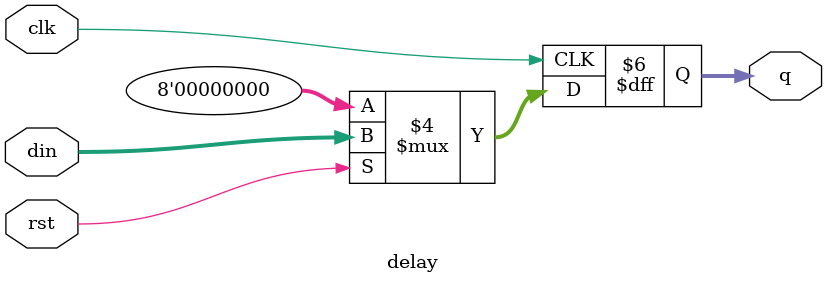
<source format=v>
module delay(q, din,clk,rst);
input [7:0]din;
input clk;
input rst;
output [7:0]q;
reg [7:0]q;
always @(posedge clk)
begin
if(rst==1)
q<=din;
else
q<=0;
end

endmodule

</source>
